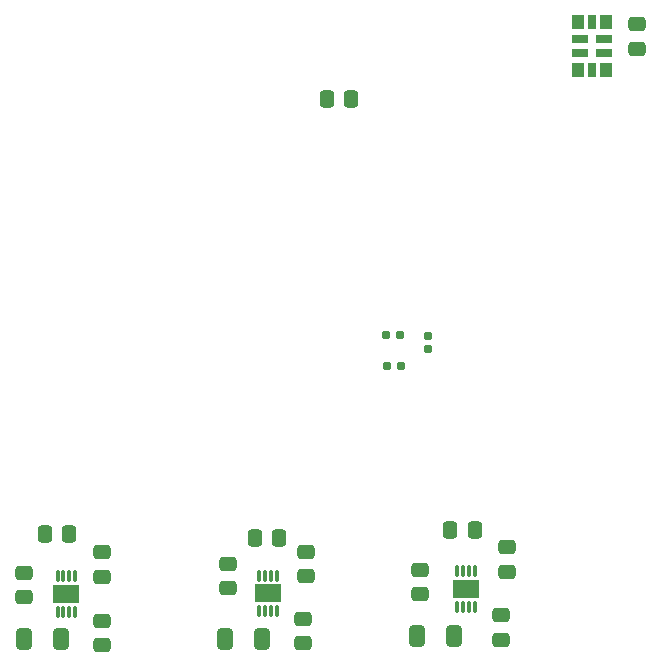
<source format=gbr>
%TF.GenerationSoftware,KiCad,Pcbnew,(6.0.9)*%
%TF.CreationDate,2023-11-09T09:29:14+01:00*%
%TF.ProjectId,LO_mother,4c4f5f6d-6f74-4686-9572-2e6b69636164,rev?*%
%TF.SameCoordinates,Original*%
%TF.FileFunction,Paste,Top*%
%TF.FilePolarity,Positive*%
%FSLAX46Y46*%
G04 Gerber Fmt 4.6, Leading zero omitted, Abs format (unit mm)*
G04 Created by KiCad (PCBNEW (6.0.9)) date 2023-11-09 09:29:14*
%MOMM*%
%LPD*%
G01*
G04 APERTURE LIST*
G04 Aperture macros list*
%AMRoundRect*
0 Rectangle with rounded corners*
0 $1 Rounding radius*
0 $2 $3 $4 $5 $6 $7 $8 $9 X,Y pos of 4 corners*
0 Add a 4 corners polygon primitive as box body*
4,1,4,$2,$3,$4,$5,$6,$7,$8,$9,$2,$3,0*
0 Add four circle primitives for the rounded corners*
1,1,$1+$1,$2,$3*
1,1,$1+$1,$4,$5*
1,1,$1+$1,$6,$7*
1,1,$1+$1,$8,$9*
0 Add four rect primitives between the rounded corners*
20,1,$1+$1,$2,$3,$4,$5,0*
20,1,$1+$1,$4,$5,$6,$7,0*
20,1,$1+$1,$6,$7,$8,$9,0*
20,1,$1+$1,$8,$9,$2,$3,0*%
G04 Aperture macros list end*
%ADD10RoundRect,0.250000X-0.475000X0.337500X-0.475000X-0.337500X0.475000X-0.337500X0.475000X0.337500X0*%
%ADD11RoundRect,0.250000X0.475000X-0.337500X0.475000X0.337500X-0.475000X0.337500X-0.475000X-0.337500X0*%
%ADD12RoundRect,0.060000X0.090000X0.440000X-0.090000X0.440000X-0.090000X-0.440000X0.090000X-0.440000X0*%
%ADD13R,2.240000X1.500000*%
%ADD14RoundRect,0.250000X0.337500X0.475000X-0.337500X0.475000X-0.337500X-0.475000X0.337500X-0.475000X0*%
%ADD15RoundRect,0.160000X-0.197500X-0.160000X0.197500X-0.160000X0.197500X0.160000X-0.197500X0.160000X0*%
%ADD16R,1.050000X1.150000*%
%ADD17R,1.350000X0.700000*%
%ADD18R,0.700000X1.150000*%
%ADD19RoundRect,0.155000X-0.155000X0.212500X-0.155000X-0.212500X0.155000X-0.212500X0.155000X0.212500X0*%
%ADD20RoundRect,0.250000X0.412500X0.650000X-0.412500X0.650000X-0.412500X-0.650000X0.412500X-0.650000X0*%
%ADD21RoundRect,0.160000X0.197500X0.160000X-0.197500X0.160000X-0.197500X-0.160000X0.197500X-0.160000X0*%
G04 APERTURE END LIST*
D10*
%TO.C,C3*%
X136906000Y-112572500D03*
X136906000Y-114647500D03*
%TD*%
D11*
%TO.C,C9*%
X137160000Y-108987500D03*
X137160000Y-106912500D03*
%TD*%
D12*
%TO.C,U2*%
X151447500Y-108571750D03*
X150947500Y-108571750D03*
X150447500Y-108571750D03*
X149947500Y-108571750D03*
X149947500Y-111571750D03*
X150447500Y-111571750D03*
X150947500Y-111571750D03*
X151447500Y-111571750D03*
D13*
X150697500Y-110041750D03*
%TD*%
D14*
%TO.C,C17*%
X140970000Y-68580000D03*
X138895000Y-68580000D03*
%TD*%
D15*
%TO.C,R1*%
X143912500Y-88592500D03*
X145107500Y-88592500D03*
%TD*%
D11*
%TO.C,C7*%
X154178000Y-108597500D03*
X154178000Y-106522500D03*
%TD*%
D14*
%TO.C,C15*%
X134855000Y-105790000D03*
X132780000Y-105790000D03*
%TD*%
D16*
%TO.C,1*%
X160185000Y-62085000D03*
D17*
X160335000Y-63510000D03*
X160335000Y-64710000D03*
D16*
X160185000Y-66135000D03*
D18*
X161360000Y-66135000D03*
D16*
X162535000Y-66135000D03*
D17*
X162385000Y-64710000D03*
X162385000Y-63510000D03*
D16*
X162535000Y-62085000D03*
D18*
X161360000Y-62085000D03*
%TD*%
D10*
%TO.C,C1*%
X153670000Y-112302500D03*
X153670000Y-114377500D03*
%TD*%
%TO.C,C5*%
X146812000Y-108436500D03*
X146812000Y-110511500D03*
%TD*%
D19*
%TO.C,C16*%
X147490000Y-88615000D03*
X147490000Y-89750000D03*
%TD*%
D20*
%TO.C,C11*%
X149644500Y-114046000D03*
X146519500Y-114046000D03*
%TD*%
D14*
%TO.C,C14*%
X151405500Y-105080000D03*
X149330500Y-105080000D03*
%TD*%
%TO.C,C13*%
X117102500Y-105432500D03*
X115027500Y-105432500D03*
%TD*%
D10*
%TO.C,C2*%
X119888000Y-112745000D03*
X119888000Y-114820000D03*
%TD*%
D21*
%TO.C,R2*%
X145207500Y-91182500D03*
X144012500Y-91182500D03*
%TD*%
D20*
%TO.C,C10*%
X116370500Y-114300000D03*
X113245500Y-114300000D03*
%TD*%
D10*
%TO.C,C18*%
X165190000Y-62252500D03*
X165190000Y-64327500D03*
%TD*%
D12*
%TO.C,U3*%
X134637500Y-108931750D03*
X134137500Y-108931750D03*
X133637500Y-108931750D03*
X133137500Y-108931750D03*
X133137500Y-111931750D03*
X133637500Y-111931750D03*
X134137500Y-111931750D03*
X134637500Y-111931750D03*
D13*
X133887500Y-110401750D03*
%TD*%
D10*
%TO.C,C4*%
X113284000Y-108690500D03*
X113284000Y-110765500D03*
%TD*%
D11*
%TO.C,C8*%
X119888000Y-109040000D03*
X119888000Y-106965000D03*
%TD*%
D12*
%TO.C,U1*%
X117597500Y-108984250D03*
X117097500Y-108984250D03*
X116597500Y-108984250D03*
X116097500Y-108984250D03*
X116097500Y-111984250D03*
X116597500Y-111984250D03*
X117097500Y-111984250D03*
X117597500Y-111984250D03*
D13*
X116847500Y-110454250D03*
%TD*%
D10*
%TO.C,C6*%
X130556000Y-107928500D03*
X130556000Y-110003500D03*
%TD*%
D20*
%TO.C,C12*%
X133388500Y-114300000D03*
X130263500Y-114300000D03*
%TD*%
M02*

</source>
